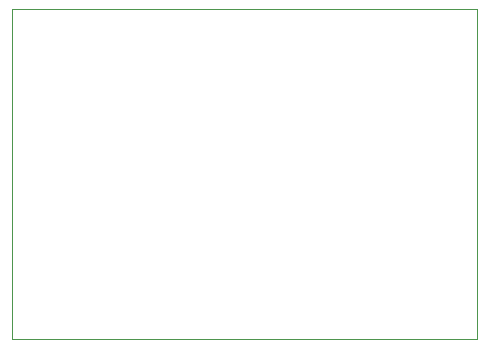
<source format=gm1>
G04 #@! TF.GenerationSoftware,KiCad,Pcbnew,(5.1.9-0-10_14)*
G04 #@! TF.CreationDate,2021-05-15T14:25:56+02:00*
G04 #@! TF.ProjectId,Aurora_DSP_I2S_Extender,4175726f-7261-45f4-9453-505f4932535f,1*
G04 #@! TF.SameCoordinates,Original*
G04 #@! TF.FileFunction,Profile,NP*
%FSLAX46Y46*%
G04 Gerber Fmt 4.6, Leading zero omitted, Abs format (unit mm)*
G04 Created by KiCad (PCBNEW (5.1.9-0-10_14)) date 2021-05-15 14:25:56*
%MOMM*%
%LPD*%
G01*
G04 APERTURE LIST*
G04 #@! TA.AperFunction,Profile*
%ADD10C,0.038100*%
G04 #@! TD*
G04 APERTURE END LIST*
D10*
X-25400000Y-3810000D02*
X-25400000Y24130000D01*
X13970000Y-3810000D02*
X-25400000Y-3810000D01*
X13970000Y24130000D02*
X13970000Y-3810000D01*
X-25400000Y24130000D02*
X13970000Y24130000D01*
M02*

</source>
